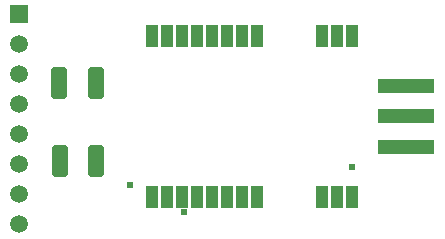
<source format=gts>
G04 Layer: TopSolderMaskLayer*
G04 EasyEDA Pro v2.2.40.3, 2025-08-02 18:00:09*
G04 Gerber Generator version 0.3*
G04 Scale: 100 percent, Rotated: No, Reflected: No*
G04 Dimensions in millimeters*
G04 Leading zeros omitted, absolute positions, 4 integers and 5 decimals*
G04 Generated by one-click*
%FSLAX45Y45*%
%MOMM*%
%AMRoundRect*1,1,$1,$2,$3*1,1,$1,$4,$5*1,1,$1,0-$2,0-$3*1,1,$1,0-$4,0-$5*20,1,$1,$2,$3,$4,$5,0*20,1,$1,$4,$5,0-$2,0-$3,0*20,1,$1,0-$2,0-$3,0-$4,0-$5,0*20,1,$1,0-$4,0-$5,$2,$3,0*4,1,4,$2,$3,$4,$5,0-$2,0-$3,0-$4,0-$5,$2,$3,0*%
%ADD10RoundRect,0.5X-0.4125X1.1X0.4125X1.1*%
%ADD11R,1.5X1.5*%
%ADD12C,1.5*%
%ADD13R,4.79999X1.2*%
%ADD14RoundRect,0.09169X-0.50417X-0.85417X-0.50417X0.85417*%
%ADD15C,0.6140*%
%ADD16C,0.61*%
G75*


G04 Pad Start*
G54D10*
G01X12300545Y-8085297D03*
G01X12613045Y-8085297D03*
G01X12302450Y-8750300D03*
G01X12614950Y-8750300D03*
G54D11*
G01X11963400Y-7505700D03*
G54D12*
G01X11963400Y-7759700D03*
G01X11963400Y-8013700D03*
G01X11963400Y-8267700D03*
G01X11963400Y-8521700D03*
G01X11963400Y-8775700D03*
G01X11963400Y-9029700D03*
G01X11963400Y-9283700D03*
G54D13*
G01X15240010Y-8624278D03*
G01X15240010Y-8114297D03*
G01X15240010Y-8369287D03*
G54D14*
G01X14781898Y-7684300D03*
G01X14654898Y-7684300D03*
G01X14527898Y-7684300D03*
G01X13970902Y-7684300D03*
G01X13843902Y-7684300D03*
G01X13716902Y-7684300D03*
G01X13589902Y-7684300D03*
G01X13462902Y-7684300D03*
G01X13335902Y-7684300D03*
G01X13208902Y-7684300D03*
G01X13081902Y-7684300D03*
G01X13081902Y-9054300D03*
G01X13208902Y-9054300D03*
G01X13335902Y-9054300D03*
G01X13462902Y-9054300D03*
G01X13589902Y-9054300D03*
G01X13716902Y-9054300D03*
G01X13843902Y-9054300D03*
G01X13970902Y-9054300D03*
G01X14527898Y-9054300D03*
G01X14654898Y-9054300D03*
G01X14781898Y-9054300D03*
G04 Pad End*

G04 Via Start*
G54D16*
G01X14782810Y-8800097D03*
G01X13360400Y-9182100D03*
G01X12903200Y-8953500D03*
G04 Via End*

M02*


</source>
